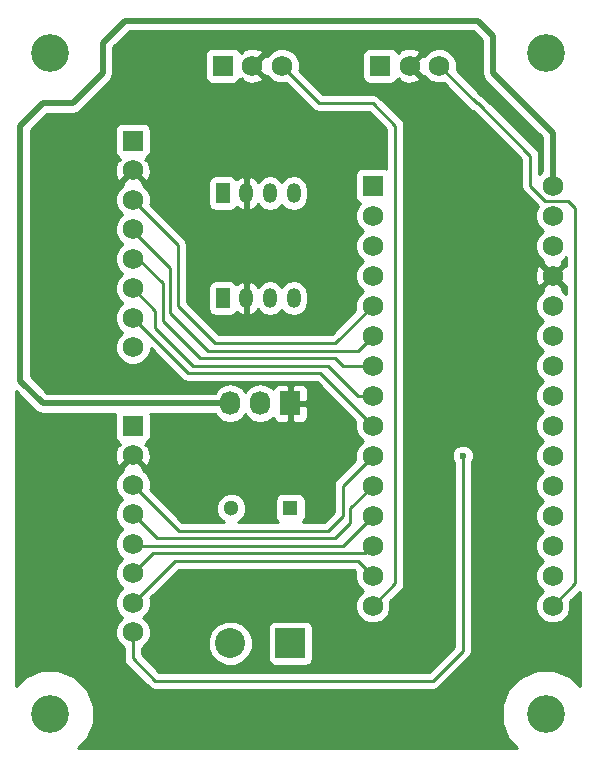
<source format=gbr>
G04 #@! TF.FileFunction,Copper,L2,Bot,Signal*
%FSLAX46Y46*%
G04 Gerber Fmt 4.6, Leading zero omitted, Abs format (unit mm)*
G04 Created by KiCad (PCBNEW 4.0.3+e1-6302~38~ubuntu15.04.1-stable) date Thu Aug 18 22:44:53 2016*
%MOMM*%
%LPD*%
G01*
G04 APERTURE LIST*
%ADD10C,0.100000*%
%ADD11R,1.727200X1.727200*%
%ADD12C,1.727200*%
%ADD13R,1.300000X1.300000*%
%ADD14C,1.300000*%
%ADD15R,1.750000X1.750000*%
%ADD16C,1.750000*%
%ADD17R,1.727200X2.032000*%
%ADD18O,1.727200X2.032000*%
%ADD19R,1.200000X1.700000*%
%ADD20O,1.200000X1.700000*%
%ADD21R,2.540000X2.540000*%
%ADD22C,2.540000*%
%ADD23C,3.200000*%
%ADD24C,0.600000*%
%ADD25C,0.250000*%
%ADD26C,0.500000*%
%ADD27C,0.254000*%
G04 APERTURE END LIST*
D10*
D11*
X86360000Y-55245000D03*
D12*
X86360000Y-57785000D03*
X86360000Y-60325000D03*
X86360000Y-62865000D03*
X86360000Y-65405000D03*
X86360000Y-67945000D03*
X86360000Y-70485000D03*
X86360000Y-73025000D03*
X86360000Y-75565000D03*
X86360000Y-78105000D03*
X86360000Y-80645000D03*
X86360000Y-83185000D03*
X86360000Y-85725000D03*
X86360000Y-88265000D03*
X86360000Y-90805000D03*
X101600000Y-90805000D03*
X101600000Y-88265000D03*
X101600000Y-85725000D03*
X101600000Y-83185000D03*
X101600000Y-80645000D03*
X101600000Y-78105000D03*
X101600000Y-75565000D03*
X101600000Y-73025000D03*
X101600000Y-70485000D03*
X101600000Y-67945000D03*
X101600000Y-65405000D03*
X101600000Y-62865000D03*
X101600000Y-60325000D03*
X101600000Y-57785000D03*
X101600000Y-55245000D03*
D13*
X79375000Y-82550000D03*
D14*
X74375000Y-82550000D03*
D15*
X66040000Y-51435000D03*
D16*
X66040000Y-53935000D03*
X66040000Y-56435000D03*
X66040000Y-58935000D03*
X66040000Y-61435000D03*
X66040000Y-63935000D03*
X66040000Y-66435000D03*
X66040000Y-68935000D03*
D15*
X66040000Y-75565000D03*
D16*
X66040000Y-78065000D03*
X66040000Y-80565000D03*
X66040000Y-83065000D03*
X66040000Y-85565000D03*
X66040000Y-88065000D03*
X66040000Y-90565000D03*
X66040000Y-93065000D03*
D17*
X79375000Y-73660000D03*
D18*
X76835000Y-73660000D03*
X74295000Y-73660000D03*
D19*
X73660000Y-55880000D03*
D20*
X75660000Y-55880000D03*
X77660000Y-55880000D03*
X79660000Y-55880000D03*
D19*
X73660000Y-64770000D03*
D20*
X75660000Y-64770000D03*
X77660000Y-64770000D03*
X79660000Y-64770000D03*
D21*
X79375000Y-93980000D03*
D22*
X74295000Y-93980000D03*
D15*
X73660000Y-45085000D03*
D16*
X76160000Y-45085000D03*
X78660000Y-45085000D03*
D15*
X86995000Y-45085000D03*
D16*
X89495000Y-45085000D03*
X91995000Y-45085000D03*
D23*
X59000000Y-44000000D03*
X101000000Y-44000000D03*
X59000000Y-100000000D03*
X101000000Y-100000000D03*
D24*
X93980000Y-78105000D03*
D25*
X69850000Y-60325000D02*
X69850000Y-60245000D01*
X69850000Y-60245000D02*
X66040000Y-56435000D01*
X69850000Y-60325000D02*
X69850000Y-61595000D01*
X86360000Y-65405000D02*
X83185000Y-68580000D01*
X69850000Y-65405000D02*
X69850000Y-61595000D01*
X73025000Y-68580000D02*
X69850000Y-65405000D01*
X83185000Y-68580000D02*
X73025000Y-68580000D01*
X69215000Y-62230000D02*
X69215000Y-66040000D01*
X66040000Y-58935000D02*
X66040000Y-59055000D01*
X66040000Y-59055000D02*
X69215000Y-62230000D01*
X69215000Y-66040000D02*
X72390000Y-69215000D01*
X72390000Y-69215000D02*
X85090000Y-69215000D01*
X85090000Y-69215000D02*
X86360000Y-67945000D01*
X68580000Y-63500000D02*
X68580000Y-66675000D01*
X66040000Y-61435000D02*
X66515000Y-61435000D01*
X66515000Y-61435000D02*
X68580000Y-63500000D01*
X68580000Y-66675000D02*
X71755000Y-69850000D01*
X71755000Y-69850000D02*
X83185000Y-69850000D01*
X83185000Y-69850000D02*
X83820000Y-70485000D01*
X83820000Y-70485000D02*
X86360000Y-70485000D01*
X86360000Y-73025000D02*
X85090000Y-73025000D01*
X67945000Y-65840000D02*
X66040000Y-63935000D01*
X67945000Y-67310000D02*
X67945000Y-65840000D01*
X71120000Y-70485000D02*
X67945000Y-67310000D01*
X82550000Y-70485000D02*
X71120000Y-70485000D01*
X85090000Y-73025000D02*
X82550000Y-70485000D01*
X86360000Y-75565000D02*
X81915000Y-71120000D01*
X70725000Y-71120000D02*
X66040000Y-66435000D01*
X81915000Y-71120000D02*
X70725000Y-71120000D01*
X86360000Y-78105000D02*
X83820000Y-80645000D01*
X69930000Y-84455000D02*
X66040000Y-80565000D01*
X82550000Y-84455000D02*
X69930000Y-84455000D01*
X83820000Y-83185000D02*
X82550000Y-84455000D01*
X83820000Y-80645000D02*
X83820000Y-83185000D01*
X66595000Y-80010000D02*
X66040000Y-80565000D01*
X86360000Y-80645000D02*
X84455000Y-82550000D01*
X68065000Y-85090000D02*
X66040000Y-83065000D01*
X83185000Y-85090000D02*
X68065000Y-85090000D01*
X84455000Y-83820000D02*
X83185000Y-85090000D01*
X84455000Y-82550000D02*
X84455000Y-83820000D01*
X86360000Y-83185000D02*
X83820000Y-85725000D01*
X83820000Y-85725000D02*
X66200000Y-85725000D01*
X66200000Y-85725000D02*
X66040000Y-85565000D01*
X86360000Y-85725000D02*
X85725000Y-86360000D01*
X67745000Y-86360000D02*
X66040000Y-88065000D01*
X85725000Y-86360000D02*
X67745000Y-86360000D01*
X66240000Y-88265000D02*
X66040000Y-88065000D01*
X86360000Y-88265000D02*
X85090000Y-86995000D01*
X69610000Y-86995000D02*
X66040000Y-90565000D01*
X85090000Y-86995000D02*
X69610000Y-86995000D01*
X86360000Y-90805000D02*
X88265000Y-88900000D01*
X81835000Y-48260000D02*
X78660000Y-45085000D01*
X86360000Y-48260000D02*
X81835000Y-48260000D01*
X88265000Y-50165000D02*
X86360000Y-48260000D01*
X88265000Y-88900000D02*
X88265000Y-50165000D01*
X95170000Y-48260000D02*
X95250000Y-48260000D01*
X95250000Y-48260000D02*
X99695000Y-52705000D01*
X99695000Y-55245000D02*
X100965000Y-56515000D01*
X99695000Y-55245000D02*
X99695000Y-52705000D01*
X100965000Y-56515000D02*
X102870000Y-56515000D01*
X102870000Y-56515000D02*
X103505000Y-57150000D01*
X103505000Y-57150000D02*
X103505000Y-88900000D01*
X103505000Y-88900000D02*
X101600000Y-90805000D01*
X95170000Y-48260000D02*
X91995000Y-45085000D01*
D26*
X99060000Y-48260000D02*
X101600000Y-50800000D01*
X101600000Y-50800000D02*
X101600000Y-55245000D01*
X74295000Y-73660000D02*
X58420000Y-73660000D01*
X96520000Y-45720000D02*
X99060000Y-48260000D01*
X96520000Y-42545000D02*
X96520000Y-45720000D01*
X95250000Y-41275000D02*
X96520000Y-42545000D01*
X65405000Y-41275000D02*
X95250000Y-41275000D01*
X63500000Y-43180000D02*
X65405000Y-41275000D01*
X63500000Y-45720000D02*
X63500000Y-43180000D01*
X60960000Y-48260000D02*
X63500000Y-45720000D01*
X58420000Y-48260000D02*
X60960000Y-48260000D01*
X56515000Y-50165000D02*
X58420000Y-48260000D01*
X56515000Y-71755000D02*
X56515000Y-50165000D01*
X58420000Y-73660000D02*
X56515000Y-71755000D01*
D25*
X66040000Y-93065000D02*
X66040000Y-95250000D01*
X93980000Y-94615000D02*
X93980000Y-78105000D01*
X91440000Y-97155000D02*
X93980000Y-94615000D01*
X67945000Y-97155000D02*
X91440000Y-97155000D01*
X66040000Y-95250000D02*
X67945000Y-97155000D01*
X66040000Y-93065000D02*
X66040000Y-93345000D01*
D27*
G36*
X95635000Y-42911579D02*
X95635000Y-45719995D01*
X95634999Y-45720000D01*
X95679052Y-45941463D01*
X95702367Y-46058675D01*
X95894210Y-46345790D01*
X98434208Y-48885787D01*
X98434210Y-48885790D01*
X100715000Y-51166579D01*
X100715000Y-54010963D01*
X100455000Y-54270510D01*
X100455000Y-52705000D01*
X100397148Y-52414161D01*
X100397148Y-52414160D01*
X100232401Y-52167599D01*
X95787401Y-47722599D01*
X95546309Y-47561507D01*
X93465639Y-45480837D01*
X93504738Y-45386675D01*
X93505262Y-44785960D01*
X93275862Y-44230771D01*
X92851463Y-43805630D01*
X92296675Y-43575262D01*
X91695960Y-43574738D01*
X91140771Y-43804138D01*
X90715630Y-44228537D01*
X90706108Y-44251469D01*
X90557060Y-44202545D01*
X89674605Y-45085000D01*
X90557060Y-45967455D01*
X90705648Y-45918682D01*
X90714138Y-45939229D01*
X91138537Y-46364370D01*
X91693325Y-46594738D01*
X92294040Y-46595262D01*
X92390573Y-46555375D01*
X94632599Y-48797401D01*
X94873691Y-48958493D01*
X98935000Y-53019802D01*
X98935000Y-55245000D01*
X98992852Y-55535839D01*
X99157599Y-55782401D01*
X100324396Y-56949198D01*
X100101661Y-57485602D01*
X100101141Y-58081782D01*
X100328808Y-58632780D01*
X100750003Y-59054710D01*
X100750931Y-59055095D01*
X100330290Y-59475003D01*
X100101661Y-60025602D01*
X100101141Y-60621782D01*
X100328808Y-61172780D01*
X100750003Y-61594710D01*
X100790537Y-61611541D01*
X100725800Y-61811195D01*
X101600000Y-62685395D01*
X102474200Y-61811195D01*
X102409601Y-61611967D01*
X102447780Y-61596192D01*
X102745000Y-61299490D01*
X102745000Y-62020370D01*
X102653805Y-61990800D01*
X101779605Y-62865000D01*
X102653805Y-63739200D01*
X102745000Y-63709630D01*
X102745000Y-64430808D01*
X102449997Y-64135290D01*
X102409463Y-64118459D01*
X102474200Y-63918805D01*
X101600000Y-63044605D01*
X100725800Y-63918805D01*
X100790399Y-64118033D01*
X100752220Y-64133808D01*
X100330290Y-64555003D01*
X100101661Y-65105602D01*
X100101141Y-65701782D01*
X100328808Y-66252780D01*
X100750003Y-66674710D01*
X100750931Y-66675095D01*
X100330290Y-67095003D01*
X100101661Y-67645602D01*
X100101141Y-68241782D01*
X100328808Y-68792780D01*
X100750003Y-69214710D01*
X100750931Y-69215095D01*
X100330290Y-69635003D01*
X100101661Y-70185602D01*
X100101141Y-70781782D01*
X100328808Y-71332780D01*
X100750003Y-71754710D01*
X100750931Y-71755095D01*
X100330290Y-72175003D01*
X100101661Y-72725602D01*
X100101141Y-73321782D01*
X100328808Y-73872780D01*
X100750003Y-74294710D01*
X100750931Y-74295095D01*
X100330290Y-74715003D01*
X100101661Y-75265602D01*
X100101141Y-75861782D01*
X100328808Y-76412780D01*
X100750003Y-76834710D01*
X100750931Y-76835095D01*
X100330290Y-77255003D01*
X100101661Y-77805602D01*
X100101141Y-78401782D01*
X100328808Y-78952780D01*
X100750003Y-79374710D01*
X100750931Y-79375095D01*
X100330290Y-79795003D01*
X100101661Y-80345602D01*
X100101141Y-80941782D01*
X100328808Y-81492780D01*
X100750003Y-81914710D01*
X100750931Y-81915095D01*
X100330290Y-82335003D01*
X100101661Y-82885602D01*
X100101141Y-83481782D01*
X100328808Y-84032780D01*
X100750003Y-84454710D01*
X100750931Y-84455095D01*
X100330290Y-84875003D01*
X100101661Y-85425602D01*
X100101141Y-86021782D01*
X100328808Y-86572780D01*
X100750003Y-86994710D01*
X100750931Y-86995095D01*
X100330290Y-87415003D01*
X100101661Y-87965602D01*
X100101141Y-88561782D01*
X100328808Y-89112780D01*
X100750003Y-89534710D01*
X100750931Y-89535095D01*
X100330290Y-89955003D01*
X100101661Y-90505602D01*
X100101141Y-91101782D01*
X100328808Y-91652780D01*
X100750003Y-92074710D01*
X101300602Y-92303339D01*
X101896782Y-92303859D01*
X102447780Y-92076192D01*
X102869710Y-91654997D01*
X103098339Y-91104398D01*
X103098859Y-90508218D01*
X103061646Y-90418156D01*
X103873000Y-89606802D01*
X103873000Y-97602639D01*
X103113932Y-96842246D01*
X101744598Y-96273649D01*
X100261906Y-96272355D01*
X98891582Y-96838561D01*
X97842246Y-97886068D01*
X97273649Y-99255402D01*
X97272355Y-100738094D01*
X97838561Y-102108418D01*
X98601810Y-102873000D01*
X61397361Y-102873000D01*
X62157754Y-102113932D01*
X62726351Y-100744598D01*
X62727645Y-99261906D01*
X62161439Y-97891582D01*
X61113932Y-96842246D01*
X59744598Y-96273649D01*
X58261906Y-96272355D01*
X56891582Y-96838561D01*
X56127000Y-97601810D01*
X56127000Y-72618580D01*
X57794208Y-74285787D01*
X57794210Y-74285790D01*
X58081325Y-74477633D01*
X58137516Y-74488810D01*
X58420000Y-74545001D01*
X58420005Y-74545000D01*
X64546923Y-74545000D01*
X64517560Y-74690000D01*
X64517560Y-76440000D01*
X64561838Y-76675317D01*
X64700910Y-76891441D01*
X64902226Y-77028994D01*
X64863306Y-77067914D01*
X64977938Y-77182546D01*
X64724047Y-77265884D01*
X64518410Y-77830306D01*
X64544421Y-78430458D01*
X64724047Y-78864116D01*
X64977940Y-78947455D01*
X65860395Y-78065000D01*
X65846253Y-78050858D01*
X66025858Y-77871253D01*
X66040000Y-77885395D01*
X66054143Y-77871253D01*
X66233748Y-78050858D01*
X66219605Y-78065000D01*
X67102060Y-78947455D01*
X67355953Y-78864116D01*
X67561590Y-78299694D01*
X67535579Y-77699542D01*
X67355953Y-77265884D01*
X67102062Y-77182546D01*
X67216694Y-77067914D01*
X67175644Y-77026864D01*
X67366441Y-76904090D01*
X67511431Y-76691890D01*
X67562440Y-76440000D01*
X67562440Y-74690000D01*
X67535156Y-74545000D01*
X72995176Y-74545000D01*
X73235330Y-74904415D01*
X73721511Y-75229271D01*
X74295000Y-75343345D01*
X74868489Y-75229271D01*
X75354670Y-74904415D01*
X75565000Y-74589634D01*
X75775330Y-74904415D01*
X76261511Y-75229271D01*
X76835000Y-75343345D01*
X77408489Y-75229271D01*
X77894670Y-74904415D01*
X77909500Y-74882220D01*
X77973073Y-75035698D01*
X78151701Y-75214327D01*
X78385090Y-75311000D01*
X79089250Y-75311000D01*
X79248000Y-75152250D01*
X79248000Y-73787000D01*
X79502000Y-73787000D01*
X79502000Y-75152250D01*
X79660750Y-75311000D01*
X80364910Y-75311000D01*
X80598299Y-75214327D01*
X80776927Y-75035698D01*
X80873600Y-74802309D01*
X80873600Y-73945750D01*
X80714850Y-73787000D01*
X79502000Y-73787000D01*
X79248000Y-73787000D01*
X79228000Y-73787000D01*
X79228000Y-73533000D01*
X79248000Y-73533000D01*
X79248000Y-72167750D01*
X79502000Y-72167750D01*
X79502000Y-73533000D01*
X80714850Y-73533000D01*
X80873600Y-73374250D01*
X80873600Y-72517691D01*
X80776927Y-72284302D01*
X80598299Y-72105673D01*
X80364910Y-72009000D01*
X79660750Y-72009000D01*
X79502000Y-72167750D01*
X79248000Y-72167750D01*
X79089250Y-72009000D01*
X78385090Y-72009000D01*
X78151701Y-72105673D01*
X77973073Y-72284302D01*
X77909500Y-72437780D01*
X77894670Y-72415585D01*
X77408489Y-72090729D01*
X76835000Y-71976655D01*
X76261511Y-72090729D01*
X75775330Y-72415585D01*
X75565000Y-72730366D01*
X75354670Y-72415585D01*
X74868489Y-72090729D01*
X74295000Y-71976655D01*
X73721511Y-72090729D01*
X73235330Y-72415585D01*
X72995176Y-72775000D01*
X58786579Y-72775000D01*
X57400000Y-71388420D01*
X57400000Y-56734040D01*
X64529738Y-56734040D01*
X64759138Y-57289229D01*
X65154536Y-57685318D01*
X64760630Y-58078537D01*
X64530262Y-58633325D01*
X64529738Y-59234040D01*
X64759138Y-59789229D01*
X65154536Y-60185318D01*
X64760630Y-60578537D01*
X64530262Y-61133325D01*
X64529738Y-61734040D01*
X64759138Y-62289229D01*
X65154536Y-62685318D01*
X64760630Y-63078537D01*
X64530262Y-63633325D01*
X64529738Y-64234040D01*
X64759138Y-64789229D01*
X65154536Y-65185318D01*
X64760630Y-65578537D01*
X64530262Y-66133325D01*
X64529738Y-66734040D01*
X64759138Y-67289229D01*
X65154536Y-67685318D01*
X64760630Y-68078537D01*
X64530262Y-68633325D01*
X64529738Y-69234040D01*
X64759138Y-69789229D01*
X65183537Y-70214370D01*
X65738325Y-70444738D01*
X66339040Y-70445262D01*
X66894229Y-70215862D01*
X67319370Y-69791463D01*
X67549738Y-69236675D01*
X67549927Y-69019729D01*
X70187599Y-71657401D01*
X70434161Y-71822148D01*
X70725000Y-71880000D01*
X81600198Y-71880000D01*
X84898084Y-75177886D01*
X84861661Y-75265602D01*
X84861141Y-75861782D01*
X85088808Y-76412780D01*
X85510003Y-76834710D01*
X85510931Y-76835095D01*
X85090290Y-77255003D01*
X84861661Y-77805602D01*
X84861141Y-78401782D01*
X84898354Y-78491844D01*
X83282599Y-80107599D01*
X83117852Y-80354161D01*
X83060000Y-80645000D01*
X83060000Y-82870198D01*
X82235198Y-83695000D01*
X80428406Y-83695000D01*
X80476441Y-83664090D01*
X80621431Y-83451890D01*
X80672440Y-83200000D01*
X80672440Y-81900000D01*
X80628162Y-81664683D01*
X80489090Y-81448559D01*
X80276890Y-81303569D01*
X80025000Y-81252560D01*
X78725000Y-81252560D01*
X78489683Y-81296838D01*
X78273559Y-81435910D01*
X78128569Y-81648110D01*
X78077560Y-81900000D01*
X78077560Y-83200000D01*
X78121838Y-83435317D01*
X78260910Y-83651441D01*
X78324661Y-83695000D01*
X74968845Y-83695000D01*
X75101943Y-83640005D01*
X75463735Y-83278845D01*
X75659777Y-82806724D01*
X75660223Y-82295519D01*
X75465005Y-81823057D01*
X75103845Y-81461265D01*
X74631724Y-81265223D01*
X74120519Y-81264777D01*
X73648057Y-81459995D01*
X73286265Y-81821155D01*
X73090223Y-82293276D01*
X73089777Y-82804481D01*
X73284995Y-83276943D01*
X73646155Y-83638735D01*
X73781656Y-83695000D01*
X70244802Y-83695000D01*
X67510639Y-80960837D01*
X67549738Y-80866675D01*
X67550262Y-80265960D01*
X67320862Y-79710771D01*
X67232191Y-79621945D01*
X67132401Y-79472599D01*
X66984361Y-79373682D01*
X66896463Y-79285630D01*
X66873531Y-79276108D01*
X66922455Y-79127060D01*
X66040000Y-78244605D01*
X65157545Y-79127060D01*
X65206318Y-79275648D01*
X65185771Y-79284138D01*
X64760630Y-79708537D01*
X64530262Y-80263325D01*
X64529738Y-80864040D01*
X64759138Y-81419229D01*
X65154536Y-81815318D01*
X64760630Y-82208537D01*
X64530262Y-82763325D01*
X64529738Y-83364040D01*
X64759138Y-83919229D01*
X65154536Y-84315318D01*
X64760630Y-84708537D01*
X64530262Y-85263325D01*
X64529738Y-85864040D01*
X64759138Y-86419229D01*
X65154536Y-86815318D01*
X64760630Y-87208537D01*
X64530262Y-87763325D01*
X64529738Y-88364040D01*
X64759138Y-88919229D01*
X65154536Y-89315318D01*
X64760630Y-89708537D01*
X64530262Y-90263325D01*
X64529738Y-90864040D01*
X64759138Y-91419229D01*
X65154536Y-91815318D01*
X64760630Y-92208537D01*
X64530262Y-92763325D01*
X64529738Y-93364040D01*
X64759138Y-93919229D01*
X65183537Y-94344370D01*
X65280000Y-94384425D01*
X65280000Y-95250000D01*
X65337852Y-95540839D01*
X65502599Y-95787401D01*
X67407599Y-97692401D01*
X67654161Y-97857148D01*
X67945000Y-97915000D01*
X91440000Y-97915000D01*
X91730839Y-97857148D01*
X91977401Y-97692401D01*
X94517401Y-95152401D01*
X94682148Y-94905840D01*
X94720586Y-94712599D01*
X94740000Y-94615000D01*
X94740000Y-78667463D01*
X94772192Y-78635327D01*
X94914838Y-78291799D01*
X94915162Y-77919833D01*
X94773117Y-77576057D01*
X94510327Y-77312808D01*
X94166799Y-77170162D01*
X93794833Y-77169838D01*
X93451057Y-77311883D01*
X93187808Y-77574673D01*
X93045162Y-77918201D01*
X93044838Y-78290167D01*
X93186883Y-78633943D01*
X93220000Y-78667118D01*
X93220000Y-94300198D01*
X91125198Y-96395000D01*
X68259802Y-96395000D01*
X66800000Y-94935198D01*
X66800000Y-94384797D01*
X66866631Y-94357265D01*
X72389670Y-94357265D01*
X72679078Y-95057686D01*
X73214495Y-95594039D01*
X73914410Y-95884668D01*
X74672265Y-95885330D01*
X75372686Y-95595922D01*
X75909039Y-95060505D01*
X76199668Y-94360590D01*
X76200330Y-93602735D01*
X75910922Y-92902314D01*
X75718944Y-92710000D01*
X77457560Y-92710000D01*
X77457560Y-95250000D01*
X77501838Y-95485317D01*
X77640910Y-95701441D01*
X77853110Y-95846431D01*
X78105000Y-95897440D01*
X80645000Y-95897440D01*
X80880317Y-95853162D01*
X81096441Y-95714090D01*
X81241431Y-95501890D01*
X81292440Y-95250000D01*
X81292440Y-92710000D01*
X81248162Y-92474683D01*
X81109090Y-92258559D01*
X80896890Y-92113569D01*
X80645000Y-92062560D01*
X78105000Y-92062560D01*
X77869683Y-92106838D01*
X77653559Y-92245910D01*
X77508569Y-92458110D01*
X77457560Y-92710000D01*
X75718944Y-92710000D01*
X75375505Y-92365961D01*
X74675590Y-92075332D01*
X73917735Y-92074670D01*
X73217314Y-92364078D01*
X72680961Y-92899495D01*
X72390332Y-93599410D01*
X72389670Y-94357265D01*
X66866631Y-94357265D01*
X66894229Y-94345862D01*
X67319370Y-93921463D01*
X67549738Y-93366675D01*
X67550262Y-92765960D01*
X67320862Y-92210771D01*
X66925464Y-91814682D01*
X67319370Y-91421463D01*
X67549738Y-90866675D01*
X67550262Y-90265960D01*
X67510375Y-90169427D01*
X69924802Y-87755000D01*
X84775198Y-87755000D01*
X84898084Y-87877886D01*
X84861661Y-87965602D01*
X84861141Y-88561782D01*
X85088808Y-89112780D01*
X85510003Y-89534710D01*
X85510931Y-89535095D01*
X85090290Y-89955003D01*
X84861661Y-90505602D01*
X84861141Y-91101782D01*
X85088808Y-91652780D01*
X85510003Y-92074710D01*
X86060602Y-92303339D01*
X86656782Y-92303859D01*
X87207780Y-92076192D01*
X87629710Y-91654997D01*
X87858339Y-91104398D01*
X87858859Y-90508218D01*
X87821646Y-90418156D01*
X88802401Y-89437401D01*
X88967148Y-89190839D01*
X89025000Y-88900000D01*
X89025000Y-62633030D01*
X100089752Y-62633030D01*
X100115942Y-63228635D01*
X100293484Y-63657259D01*
X100546195Y-63739200D01*
X101420395Y-62865000D01*
X100546195Y-61990800D01*
X100293484Y-62072741D01*
X100089752Y-62633030D01*
X89025000Y-62633030D01*
X89025000Y-50165000D01*
X88967148Y-49874161D01*
X88802401Y-49627599D01*
X86897401Y-47722599D01*
X86650839Y-47557852D01*
X86360000Y-47500000D01*
X82149802Y-47500000D01*
X80130639Y-45480837D01*
X80169738Y-45386675D01*
X80170262Y-44785960D01*
X79940862Y-44230771D01*
X79920128Y-44210000D01*
X85472560Y-44210000D01*
X85472560Y-45960000D01*
X85516838Y-46195317D01*
X85655910Y-46411441D01*
X85868110Y-46556431D01*
X86120000Y-46607440D01*
X87870000Y-46607440D01*
X88105317Y-46563162D01*
X88321441Y-46424090D01*
X88458994Y-46222774D01*
X88497914Y-46261694D01*
X88612546Y-46147062D01*
X88695884Y-46400953D01*
X89260306Y-46606590D01*
X89860458Y-46580579D01*
X90294116Y-46400953D01*
X90377455Y-46147060D01*
X89495000Y-45264605D01*
X89480858Y-45278748D01*
X89301253Y-45099143D01*
X89315395Y-45085000D01*
X89301253Y-45070858D01*
X89480858Y-44891253D01*
X89495000Y-44905395D01*
X90377455Y-44022940D01*
X90294116Y-43769047D01*
X89729694Y-43563410D01*
X89129542Y-43589421D01*
X88695884Y-43769047D01*
X88612546Y-44022938D01*
X88497914Y-43908306D01*
X88456864Y-43949356D01*
X88334090Y-43758559D01*
X88121890Y-43613569D01*
X87870000Y-43562560D01*
X86120000Y-43562560D01*
X85884683Y-43606838D01*
X85668559Y-43745910D01*
X85523569Y-43958110D01*
X85472560Y-44210000D01*
X79920128Y-44210000D01*
X79516463Y-43805630D01*
X78961675Y-43575262D01*
X78360960Y-43574738D01*
X77805771Y-43804138D01*
X77380630Y-44228537D01*
X77371108Y-44251469D01*
X77222060Y-44202545D01*
X76339605Y-45085000D01*
X77222060Y-45967455D01*
X77370648Y-45918682D01*
X77379138Y-45939229D01*
X77803537Y-46364370D01*
X78358325Y-46594738D01*
X78959040Y-46595262D01*
X79055573Y-46555375D01*
X81297599Y-48797401D01*
X81544161Y-48962148D01*
X81835000Y-49020000D01*
X86045198Y-49020000D01*
X87505000Y-50479802D01*
X87505000Y-53805132D01*
X87475490Y-53784969D01*
X87223600Y-53733960D01*
X85496400Y-53733960D01*
X85261083Y-53778238D01*
X85044959Y-53917310D01*
X84899969Y-54129510D01*
X84848960Y-54381400D01*
X84848960Y-56108600D01*
X84893238Y-56343917D01*
X85032310Y-56560041D01*
X85244510Y-56705031D01*
X85307820Y-56717852D01*
X85090290Y-56935003D01*
X84861661Y-57485602D01*
X84861141Y-58081782D01*
X85088808Y-58632780D01*
X85510003Y-59054710D01*
X85510931Y-59055095D01*
X85090290Y-59475003D01*
X84861661Y-60025602D01*
X84861141Y-60621782D01*
X85088808Y-61172780D01*
X85510003Y-61594710D01*
X85510931Y-61595095D01*
X85090290Y-62015003D01*
X84861661Y-62565602D01*
X84861141Y-63161782D01*
X85088808Y-63712780D01*
X85510003Y-64134710D01*
X85510931Y-64135095D01*
X85090290Y-64555003D01*
X84861661Y-65105602D01*
X84861141Y-65701782D01*
X84898354Y-65791844D01*
X82870198Y-67820000D01*
X73339802Y-67820000D01*
X70610000Y-65090198D01*
X70610000Y-63920000D01*
X72412560Y-63920000D01*
X72412560Y-65620000D01*
X72456838Y-65855317D01*
X72595910Y-66071441D01*
X72808110Y-66216431D01*
X73060000Y-66267440D01*
X74260000Y-66267440D01*
X74495317Y-66223162D01*
X74711441Y-66084090D01*
X74815571Y-65931691D01*
X74830875Y-65951933D01*
X75250624Y-66198286D01*
X75342391Y-66213462D01*
X75533000Y-66088731D01*
X75533000Y-64897000D01*
X75513000Y-64897000D01*
X75513000Y-64643000D01*
X75533000Y-64643000D01*
X75533000Y-63451269D01*
X75787000Y-63451269D01*
X75787000Y-64643000D01*
X75807000Y-64643000D01*
X75807000Y-64897000D01*
X75787000Y-64897000D01*
X75787000Y-66088731D01*
X75977609Y-66213462D01*
X76069376Y-66198286D01*
X76489125Y-65951933D01*
X76657590Y-65729109D01*
X76786723Y-65922370D01*
X77187386Y-66190084D01*
X77660000Y-66284093D01*
X78132614Y-66190084D01*
X78533277Y-65922370D01*
X78660000Y-65732715D01*
X78786723Y-65922370D01*
X79187386Y-66190084D01*
X79660000Y-66284093D01*
X80132614Y-66190084D01*
X80533277Y-65922370D01*
X80800991Y-65521707D01*
X80895000Y-65049093D01*
X80895000Y-64490907D01*
X80800991Y-64018293D01*
X80533277Y-63617630D01*
X80132614Y-63349916D01*
X79660000Y-63255907D01*
X79187386Y-63349916D01*
X78786723Y-63617630D01*
X78660000Y-63807285D01*
X78533277Y-63617630D01*
X78132614Y-63349916D01*
X77660000Y-63255907D01*
X77187386Y-63349916D01*
X76786723Y-63617630D01*
X76657590Y-63810891D01*
X76489125Y-63588067D01*
X76069376Y-63341714D01*
X75977609Y-63326538D01*
X75787000Y-63451269D01*
X75533000Y-63451269D01*
X75342391Y-63326538D01*
X75250624Y-63341714D01*
X74830875Y-63588067D01*
X74814731Y-63609420D01*
X74724090Y-63468559D01*
X74511890Y-63323569D01*
X74260000Y-63272560D01*
X73060000Y-63272560D01*
X72824683Y-63316838D01*
X72608559Y-63455910D01*
X72463569Y-63668110D01*
X72412560Y-63920000D01*
X70610000Y-63920000D01*
X70610000Y-60245000D01*
X70552148Y-59954161D01*
X70387401Y-59707599D01*
X67510639Y-56830837D01*
X67549738Y-56736675D01*
X67550262Y-56135960D01*
X67320862Y-55580771D01*
X66896463Y-55155630D01*
X66873531Y-55146108D01*
X66911642Y-55030000D01*
X72412560Y-55030000D01*
X72412560Y-56730000D01*
X72456838Y-56965317D01*
X72595910Y-57181441D01*
X72808110Y-57326431D01*
X73060000Y-57377440D01*
X74260000Y-57377440D01*
X74495317Y-57333162D01*
X74711441Y-57194090D01*
X74815571Y-57041691D01*
X74830875Y-57061933D01*
X75250624Y-57308286D01*
X75342391Y-57323462D01*
X75533000Y-57198731D01*
X75533000Y-56007000D01*
X75513000Y-56007000D01*
X75513000Y-55753000D01*
X75533000Y-55753000D01*
X75533000Y-54561269D01*
X75787000Y-54561269D01*
X75787000Y-55753000D01*
X75807000Y-55753000D01*
X75807000Y-56007000D01*
X75787000Y-56007000D01*
X75787000Y-57198731D01*
X75977609Y-57323462D01*
X76069376Y-57308286D01*
X76489125Y-57061933D01*
X76657590Y-56839109D01*
X76786723Y-57032370D01*
X77187386Y-57300084D01*
X77660000Y-57394093D01*
X78132614Y-57300084D01*
X78533277Y-57032370D01*
X78660000Y-56842715D01*
X78786723Y-57032370D01*
X79187386Y-57300084D01*
X79660000Y-57394093D01*
X80132614Y-57300084D01*
X80533277Y-57032370D01*
X80800991Y-56631707D01*
X80895000Y-56159093D01*
X80895000Y-55600907D01*
X80800991Y-55128293D01*
X80533277Y-54727630D01*
X80132614Y-54459916D01*
X79660000Y-54365907D01*
X79187386Y-54459916D01*
X78786723Y-54727630D01*
X78660000Y-54917285D01*
X78533277Y-54727630D01*
X78132614Y-54459916D01*
X77660000Y-54365907D01*
X77187386Y-54459916D01*
X76786723Y-54727630D01*
X76657590Y-54920891D01*
X76489125Y-54698067D01*
X76069376Y-54451714D01*
X75977609Y-54436538D01*
X75787000Y-54561269D01*
X75533000Y-54561269D01*
X75342391Y-54436538D01*
X75250624Y-54451714D01*
X74830875Y-54698067D01*
X74814731Y-54719420D01*
X74724090Y-54578559D01*
X74511890Y-54433569D01*
X74260000Y-54382560D01*
X73060000Y-54382560D01*
X72824683Y-54426838D01*
X72608559Y-54565910D01*
X72463569Y-54778110D01*
X72412560Y-55030000D01*
X66911642Y-55030000D01*
X66922455Y-54997060D01*
X66040000Y-54114605D01*
X65157545Y-54997060D01*
X65206318Y-55145648D01*
X65185771Y-55154138D01*
X64760630Y-55578537D01*
X64530262Y-56133325D01*
X64529738Y-56734040D01*
X57400000Y-56734040D01*
X57400000Y-50560000D01*
X64517560Y-50560000D01*
X64517560Y-52310000D01*
X64561838Y-52545317D01*
X64700910Y-52761441D01*
X64902226Y-52898994D01*
X64863306Y-52937914D01*
X64977938Y-53052546D01*
X64724047Y-53135884D01*
X64518410Y-53700306D01*
X64544421Y-54300458D01*
X64724047Y-54734116D01*
X64977940Y-54817455D01*
X65860395Y-53935000D01*
X65846253Y-53920858D01*
X66025858Y-53741253D01*
X66040000Y-53755395D01*
X66054143Y-53741253D01*
X66233748Y-53920858D01*
X66219605Y-53935000D01*
X67102060Y-54817455D01*
X67355953Y-54734116D01*
X67561590Y-54169694D01*
X67535579Y-53569542D01*
X67355953Y-53135884D01*
X67102062Y-53052546D01*
X67216694Y-52937914D01*
X67175644Y-52896864D01*
X67366441Y-52774090D01*
X67511431Y-52561890D01*
X67562440Y-52310000D01*
X67562440Y-50560000D01*
X67518162Y-50324683D01*
X67379090Y-50108559D01*
X67166890Y-49963569D01*
X66915000Y-49912560D01*
X65165000Y-49912560D01*
X64929683Y-49956838D01*
X64713559Y-50095910D01*
X64568569Y-50308110D01*
X64517560Y-50560000D01*
X57400000Y-50560000D01*
X57400000Y-50531580D01*
X58786579Y-49145000D01*
X60959995Y-49145000D01*
X60960000Y-49145001D01*
X61242484Y-49088810D01*
X61298675Y-49077633D01*
X61585790Y-48885790D01*
X61585791Y-48885789D01*
X64125787Y-46345792D01*
X64125790Y-46345790D01*
X64317633Y-46058675D01*
X64385000Y-45720000D01*
X64385000Y-44210000D01*
X72137560Y-44210000D01*
X72137560Y-45960000D01*
X72181838Y-46195317D01*
X72320910Y-46411441D01*
X72533110Y-46556431D01*
X72785000Y-46607440D01*
X74535000Y-46607440D01*
X74770317Y-46563162D01*
X74986441Y-46424090D01*
X75123994Y-46222774D01*
X75162914Y-46261694D01*
X75277546Y-46147062D01*
X75360884Y-46400953D01*
X75925306Y-46606590D01*
X76525458Y-46580579D01*
X76959116Y-46400953D01*
X77042455Y-46147060D01*
X76160000Y-45264605D01*
X76145858Y-45278748D01*
X75966253Y-45099143D01*
X75980395Y-45085000D01*
X75966253Y-45070858D01*
X76145858Y-44891253D01*
X76160000Y-44905395D01*
X77042455Y-44022940D01*
X76959116Y-43769047D01*
X76394694Y-43563410D01*
X75794542Y-43589421D01*
X75360884Y-43769047D01*
X75277546Y-44022938D01*
X75162914Y-43908306D01*
X75121864Y-43949356D01*
X74999090Y-43758559D01*
X74786890Y-43613569D01*
X74535000Y-43562560D01*
X72785000Y-43562560D01*
X72549683Y-43606838D01*
X72333559Y-43745910D01*
X72188569Y-43958110D01*
X72137560Y-44210000D01*
X64385000Y-44210000D01*
X64385000Y-43546580D01*
X65771579Y-42160000D01*
X94883420Y-42160000D01*
X95635000Y-42911579D01*
X95635000Y-42911579D01*
G37*
X95635000Y-42911579D02*
X95635000Y-45719995D01*
X95634999Y-45720000D01*
X95679052Y-45941463D01*
X95702367Y-46058675D01*
X95894210Y-46345790D01*
X98434208Y-48885787D01*
X98434210Y-48885790D01*
X100715000Y-51166579D01*
X100715000Y-54010963D01*
X100455000Y-54270510D01*
X100455000Y-52705000D01*
X100397148Y-52414161D01*
X100397148Y-52414160D01*
X100232401Y-52167599D01*
X95787401Y-47722599D01*
X95546309Y-47561507D01*
X93465639Y-45480837D01*
X93504738Y-45386675D01*
X93505262Y-44785960D01*
X93275862Y-44230771D01*
X92851463Y-43805630D01*
X92296675Y-43575262D01*
X91695960Y-43574738D01*
X91140771Y-43804138D01*
X90715630Y-44228537D01*
X90706108Y-44251469D01*
X90557060Y-44202545D01*
X89674605Y-45085000D01*
X90557060Y-45967455D01*
X90705648Y-45918682D01*
X90714138Y-45939229D01*
X91138537Y-46364370D01*
X91693325Y-46594738D01*
X92294040Y-46595262D01*
X92390573Y-46555375D01*
X94632599Y-48797401D01*
X94873691Y-48958493D01*
X98935000Y-53019802D01*
X98935000Y-55245000D01*
X98992852Y-55535839D01*
X99157599Y-55782401D01*
X100324396Y-56949198D01*
X100101661Y-57485602D01*
X100101141Y-58081782D01*
X100328808Y-58632780D01*
X100750003Y-59054710D01*
X100750931Y-59055095D01*
X100330290Y-59475003D01*
X100101661Y-60025602D01*
X100101141Y-60621782D01*
X100328808Y-61172780D01*
X100750003Y-61594710D01*
X100790537Y-61611541D01*
X100725800Y-61811195D01*
X101600000Y-62685395D01*
X102474200Y-61811195D01*
X102409601Y-61611967D01*
X102447780Y-61596192D01*
X102745000Y-61299490D01*
X102745000Y-62020370D01*
X102653805Y-61990800D01*
X101779605Y-62865000D01*
X102653805Y-63739200D01*
X102745000Y-63709630D01*
X102745000Y-64430808D01*
X102449997Y-64135290D01*
X102409463Y-64118459D01*
X102474200Y-63918805D01*
X101600000Y-63044605D01*
X100725800Y-63918805D01*
X100790399Y-64118033D01*
X100752220Y-64133808D01*
X100330290Y-64555003D01*
X100101661Y-65105602D01*
X100101141Y-65701782D01*
X100328808Y-66252780D01*
X100750003Y-66674710D01*
X100750931Y-66675095D01*
X100330290Y-67095003D01*
X100101661Y-67645602D01*
X100101141Y-68241782D01*
X100328808Y-68792780D01*
X100750003Y-69214710D01*
X100750931Y-69215095D01*
X100330290Y-69635003D01*
X100101661Y-70185602D01*
X100101141Y-70781782D01*
X100328808Y-71332780D01*
X100750003Y-71754710D01*
X100750931Y-71755095D01*
X100330290Y-72175003D01*
X100101661Y-72725602D01*
X100101141Y-73321782D01*
X100328808Y-73872780D01*
X100750003Y-74294710D01*
X100750931Y-74295095D01*
X100330290Y-74715003D01*
X100101661Y-75265602D01*
X100101141Y-75861782D01*
X100328808Y-76412780D01*
X100750003Y-76834710D01*
X100750931Y-76835095D01*
X100330290Y-77255003D01*
X100101661Y-77805602D01*
X100101141Y-78401782D01*
X100328808Y-78952780D01*
X100750003Y-79374710D01*
X100750931Y-79375095D01*
X100330290Y-79795003D01*
X100101661Y-80345602D01*
X100101141Y-80941782D01*
X100328808Y-81492780D01*
X100750003Y-81914710D01*
X100750931Y-81915095D01*
X100330290Y-82335003D01*
X100101661Y-82885602D01*
X100101141Y-83481782D01*
X100328808Y-84032780D01*
X100750003Y-84454710D01*
X100750931Y-84455095D01*
X100330290Y-84875003D01*
X100101661Y-85425602D01*
X100101141Y-86021782D01*
X100328808Y-86572780D01*
X100750003Y-86994710D01*
X100750931Y-86995095D01*
X100330290Y-87415003D01*
X100101661Y-87965602D01*
X100101141Y-88561782D01*
X100328808Y-89112780D01*
X100750003Y-89534710D01*
X100750931Y-89535095D01*
X100330290Y-89955003D01*
X100101661Y-90505602D01*
X100101141Y-91101782D01*
X100328808Y-91652780D01*
X100750003Y-92074710D01*
X101300602Y-92303339D01*
X101896782Y-92303859D01*
X102447780Y-92076192D01*
X102869710Y-91654997D01*
X103098339Y-91104398D01*
X103098859Y-90508218D01*
X103061646Y-90418156D01*
X103873000Y-89606802D01*
X103873000Y-97602639D01*
X103113932Y-96842246D01*
X101744598Y-96273649D01*
X100261906Y-96272355D01*
X98891582Y-96838561D01*
X97842246Y-97886068D01*
X97273649Y-99255402D01*
X97272355Y-100738094D01*
X97838561Y-102108418D01*
X98601810Y-102873000D01*
X61397361Y-102873000D01*
X62157754Y-102113932D01*
X62726351Y-100744598D01*
X62727645Y-99261906D01*
X62161439Y-97891582D01*
X61113932Y-96842246D01*
X59744598Y-96273649D01*
X58261906Y-96272355D01*
X56891582Y-96838561D01*
X56127000Y-97601810D01*
X56127000Y-72618580D01*
X57794208Y-74285787D01*
X57794210Y-74285790D01*
X58081325Y-74477633D01*
X58137516Y-74488810D01*
X58420000Y-74545001D01*
X58420005Y-74545000D01*
X64546923Y-74545000D01*
X64517560Y-74690000D01*
X64517560Y-76440000D01*
X64561838Y-76675317D01*
X64700910Y-76891441D01*
X64902226Y-77028994D01*
X64863306Y-77067914D01*
X64977938Y-77182546D01*
X64724047Y-77265884D01*
X64518410Y-77830306D01*
X64544421Y-78430458D01*
X64724047Y-78864116D01*
X64977940Y-78947455D01*
X65860395Y-78065000D01*
X65846253Y-78050858D01*
X66025858Y-77871253D01*
X66040000Y-77885395D01*
X66054143Y-77871253D01*
X66233748Y-78050858D01*
X66219605Y-78065000D01*
X67102060Y-78947455D01*
X67355953Y-78864116D01*
X67561590Y-78299694D01*
X67535579Y-77699542D01*
X67355953Y-77265884D01*
X67102062Y-77182546D01*
X67216694Y-77067914D01*
X67175644Y-77026864D01*
X67366441Y-76904090D01*
X67511431Y-76691890D01*
X67562440Y-76440000D01*
X67562440Y-74690000D01*
X67535156Y-74545000D01*
X72995176Y-74545000D01*
X73235330Y-74904415D01*
X73721511Y-75229271D01*
X74295000Y-75343345D01*
X74868489Y-75229271D01*
X75354670Y-74904415D01*
X75565000Y-74589634D01*
X75775330Y-74904415D01*
X76261511Y-75229271D01*
X76835000Y-75343345D01*
X77408489Y-75229271D01*
X77894670Y-74904415D01*
X77909500Y-74882220D01*
X77973073Y-75035698D01*
X78151701Y-75214327D01*
X78385090Y-75311000D01*
X79089250Y-75311000D01*
X79248000Y-75152250D01*
X79248000Y-73787000D01*
X79502000Y-73787000D01*
X79502000Y-75152250D01*
X79660750Y-75311000D01*
X80364910Y-75311000D01*
X80598299Y-75214327D01*
X80776927Y-75035698D01*
X80873600Y-74802309D01*
X80873600Y-73945750D01*
X80714850Y-73787000D01*
X79502000Y-73787000D01*
X79248000Y-73787000D01*
X79228000Y-73787000D01*
X79228000Y-73533000D01*
X79248000Y-73533000D01*
X79248000Y-72167750D01*
X79502000Y-72167750D01*
X79502000Y-73533000D01*
X80714850Y-73533000D01*
X80873600Y-73374250D01*
X80873600Y-72517691D01*
X80776927Y-72284302D01*
X80598299Y-72105673D01*
X80364910Y-72009000D01*
X79660750Y-72009000D01*
X79502000Y-72167750D01*
X79248000Y-72167750D01*
X79089250Y-72009000D01*
X78385090Y-72009000D01*
X78151701Y-72105673D01*
X77973073Y-72284302D01*
X77909500Y-72437780D01*
X77894670Y-72415585D01*
X77408489Y-72090729D01*
X76835000Y-71976655D01*
X76261511Y-72090729D01*
X75775330Y-72415585D01*
X75565000Y-72730366D01*
X75354670Y-72415585D01*
X74868489Y-72090729D01*
X74295000Y-71976655D01*
X73721511Y-72090729D01*
X73235330Y-72415585D01*
X72995176Y-72775000D01*
X58786579Y-72775000D01*
X57400000Y-71388420D01*
X57400000Y-56734040D01*
X64529738Y-56734040D01*
X64759138Y-57289229D01*
X65154536Y-57685318D01*
X64760630Y-58078537D01*
X64530262Y-58633325D01*
X64529738Y-59234040D01*
X64759138Y-59789229D01*
X65154536Y-60185318D01*
X64760630Y-60578537D01*
X64530262Y-61133325D01*
X64529738Y-61734040D01*
X64759138Y-62289229D01*
X65154536Y-62685318D01*
X64760630Y-63078537D01*
X64530262Y-63633325D01*
X64529738Y-64234040D01*
X64759138Y-64789229D01*
X65154536Y-65185318D01*
X64760630Y-65578537D01*
X64530262Y-66133325D01*
X64529738Y-66734040D01*
X64759138Y-67289229D01*
X65154536Y-67685318D01*
X64760630Y-68078537D01*
X64530262Y-68633325D01*
X64529738Y-69234040D01*
X64759138Y-69789229D01*
X65183537Y-70214370D01*
X65738325Y-70444738D01*
X66339040Y-70445262D01*
X66894229Y-70215862D01*
X67319370Y-69791463D01*
X67549738Y-69236675D01*
X67549927Y-69019729D01*
X70187599Y-71657401D01*
X70434161Y-71822148D01*
X70725000Y-71880000D01*
X81600198Y-71880000D01*
X84898084Y-75177886D01*
X84861661Y-75265602D01*
X84861141Y-75861782D01*
X85088808Y-76412780D01*
X85510003Y-76834710D01*
X85510931Y-76835095D01*
X85090290Y-77255003D01*
X84861661Y-77805602D01*
X84861141Y-78401782D01*
X84898354Y-78491844D01*
X83282599Y-80107599D01*
X83117852Y-80354161D01*
X83060000Y-80645000D01*
X83060000Y-82870198D01*
X82235198Y-83695000D01*
X80428406Y-83695000D01*
X80476441Y-83664090D01*
X80621431Y-83451890D01*
X80672440Y-83200000D01*
X80672440Y-81900000D01*
X80628162Y-81664683D01*
X80489090Y-81448559D01*
X80276890Y-81303569D01*
X80025000Y-81252560D01*
X78725000Y-81252560D01*
X78489683Y-81296838D01*
X78273559Y-81435910D01*
X78128569Y-81648110D01*
X78077560Y-81900000D01*
X78077560Y-83200000D01*
X78121838Y-83435317D01*
X78260910Y-83651441D01*
X78324661Y-83695000D01*
X74968845Y-83695000D01*
X75101943Y-83640005D01*
X75463735Y-83278845D01*
X75659777Y-82806724D01*
X75660223Y-82295519D01*
X75465005Y-81823057D01*
X75103845Y-81461265D01*
X74631724Y-81265223D01*
X74120519Y-81264777D01*
X73648057Y-81459995D01*
X73286265Y-81821155D01*
X73090223Y-82293276D01*
X73089777Y-82804481D01*
X73284995Y-83276943D01*
X73646155Y-83638735D01*
X73781656Y-83695000D01*
X70244802Y-83695000D01*
X67510639Y-80960837D01*
X67549738Y-80866675D01*
X67550262Y-80265960D01*
X67320862Y-79710771D01*
X67232191Y-79621945D01*
X67132401Y-79472599D01*
X66984361Y-79373682D01*
X66896463Y-79285630D01*
X66873531Y-79276108D01*
X66922455Y-79127060D01*
X66040000Y-78244605D01*
X65157545Y-79127060D01*
X65206318Y-79275648D01*
X65185771Y-79284138D01*
X64760630Y-79708537D01*
X64530262Y-80263325D01*
X64529738Y-80864040D01*
X64759138Y-81419229D01*
X65154536Y-81815318D01*
X64760630Y-82208537D01*
X64530262Y-82763325D01*
X64529738Y-83364040D01*
X64759138Y-83919229D01*
X65154536Y-84315318D01*
X64760630Y-84708537D01*
X64530262Y-85263325D01*
X64529738Y-85864040D01*
X64759138Y-86419229D01*
X65154536Y-86815318D01*
X64760630Y-87208537D01*
X64530262Y-87763325D01*
X64529738Y-88364040D01*
X64759138Y-88919229D01*
X65154536Y-89315318D01*
X64760630Y-89708537D01*
X64530262Y-90263325D01*
X64529738Y-90864040D01*
X64759138Y-91419229D01*
X65154536Y-91815318D01*
X64760630Y-92208537D01*
X64530262Y-92763325D01*
X64529738Y-93364040D01*
X64759138Y-93919229D01*
X65183537Y-94344370D01*
X65280000Y-94384425D01*
X65280000Y-95250000D01*
X65337852Y-95540839D01*
X65502599Y-95787401D01*
X67407599Y-97692401D01*
X67654161Y-97857148D01*
X67945000Y-97915000D01*
X91440000Y-97915000D01*
X91730839Y-97857148D01*
X91977401Y-97692401D01*
X94517401Y-95152401D01*
X94682148Y-94905840D01*
X94720586Y-94712599D01*
X94740000Y-94615000D01*
X94740000Y-78667463D01*
X94772192Y-78635327D01*
X94914838Y-78291799D01*
X94915162Y-77919833D01*
X94773117Y-77576057D01*
X94510327Y-77312808D01*
X94166799Y-77170162D01*
X93794833Y-77169838D01*
X93451057Y-77311883D01*
X93187808Y-77574673D01*
X93045162Y-77918201D01*
X93044838Y-78290167D01*
X93186883Y-78633943D01*
X93220000Y-78667118D01*
X93220000Y-94300198D01*
X91125198Y-96395000D01*
X68259802Y-96395000D01*
X66800000Y-94935198D01*
X66800000Y-94384797D01*
X66866631Y-94357265D01*
X72389670Y-94357265D01*
X72679078Y-95057686D01*
X73214495Y-95594039D01*
X73914410Y-95884668D01*
X74672265Y-95885330D01*
X75372686Y-95595922D01*
X75909039Y-95060505D01*
X76199668Y-94360590D01*
X76200330Y-93602735D01*
X75910922Y-92902314D01*
X75718944Y-92710000D01*
X77457560Y-92710000D01*
X77457560Y-95250000D01*
X77501838Y-95485317D01*
X77640910Y-95701441D01*
X77853110Y-95846431D01*
X78105000Y-95897440D01*
X80645000Y-95897440D01*
X80880317Y-95853162D01*
X81096441Y-95714090D01*
X81241431Y-95501890D01*
X81292440Y-95250000D01*
X81292440Y-92710000D01*
X81248162Y-92474683D01*
X81109090Y-92258559D01*
X80896890Y-92113569D01*
X80645000Y-92062560D01*
X78105000Y-92062560D01*
X77869683Y-92106838D01*
X77653559Y-92245910D01*
X77508569Y-92458110D01*
X77457560Y-92710000D01*
X75718944Y-92710000D01*
X75375505Y-92365961D01*
X74675590Y-92075332D01*
X73917735Y-92074670D01*
X73217314Y-92364078D01*
X72680961Y-92899495D01*
X72390332Y-93599410D01*
X72389670Y-94357265D01*
X66866631Y-94357265D01*
X66894229Y-94345862D01*
X67319370Y-93921463D01*
X67549738Y-93366675D01*
X67550262Y-92765960D01*
X67320862Y-92210771D01*
X66925464Y-91814682D01*
X67319370Y-91421463D01*
X67549738Y-90866675D01*
X67550262Y-90265960D01*
X67510375Y-90169427D01*
X69924802Y-87755000D01*
X84775198Y-87755000D01*
X84898084Y-87877886D01*
X84861661Y-87965602D01*
X84861141Y-88561782D01*
X85088808Y-89112780D01*
X85510003Y-89534710D01*
X85510931Y-89535095D01*
X85090290Y-89955003D01*
X84861661Y-90505602D01*
X84861141Y-91101782D01*
X85088808Y-91652780D01*
X85510003Y-92074710D01*
X86060602Y-92303339D01*
X86656782Y-92303859D01*
X87207780Y-92076192D01*
X87629710Y-91654997D01*
X87858339Y-91104398D01*
X87858859Y-90508218D01*
X87821646Y-90418156D01*
X88802401Y-89437401D01*
X88967148Y-89190839D01*
X89025000Y-88900000D01*
X89025000Y-62633030D01*
X100089752Y-62633030D01*
X100115942Y-63228635D01*
X100293484Y-63657259D01*
X100546195Y-63739200D01*
X101420395Y-62865000D01*
X100546195Y-61990800D01*
X100293484Y-62072741D01*
X100089752Y-62633030D01*
X89025000Y-62633030D01*
X89025000Y-50165000D01*
X88967148Y-49874161D01*
X88802401Y-49627599D01*
X86897401Y-47722599D01*
X86650839Y-47557852D01*
X86360000Y-47500000D01*
X82149802Y-47500000D01*
X80130639Y-45480837D01*
X80169738Y-45386675D01*
X80170262Y-44785960D01*
X79940862Y-44230771D01*
X79920128Y-44210000D01*
X85472560Y-44210000D01*
X85472560Y-45960000D01*
X85516838Y-46195317D01*
X85655910Y-46411441D01*
X85868110Y-46556431D01*
X86120000Y-46607440D01*
X87870000Y-46607440D01*
X88105317Y-46563162D01*
X88321441Y-46424090D01*
X88458994Y-46222774D01*
X88497914Y-46261694D01*
X88612546Y-46147062D01*
X88695884Y-46400953D01*
X89260306Y-46606590D01*
X89860458Y-46580579D01*
X90294116Y-46400953D01*
X90377455Y-46147060D01*
X89495000Y-45264605D01*
X89480858Y-45278748D01*
X89301253Y-45099143D01*
X89315395Y-45085000D01*
X89301253Y-45070858D01*
X89480858Y-44891253D01*
X89495000Y-44905395D01*
X90377455Y-44022940D01*
X90294116Y-43769047D01*
X89729694Y-43563410D01*
X89129542Y-43589421D01*
X88695884Y-43769047D01*
X88612546Y-44022938D01*
X88497914Y-43908306D01*
X88456864Y-43949356D01*
X88334090Y-43758559D01*
X88121890Y-43613569D01*
X87870000Y-43562560D01*
X86120000Y-43562560D01*
X85884683Y-43606838D01*
X85668559Y-43745910D01*
X85523569Y-43958110D01*
X85472560Y-44210000D01*
X79920128Y-44210000D01*
X79516463Y-43805630D01*
X78961675Y-43575262D01*
X78360960Y-43574738D01*
X77805771Y-43804138D01*
X77380630Y-44228537D01*
X77371108Y-44251469D01*
X77222060Y-44202545D01*
X76339605Y-45085000D01*
X77222060Y-45967455D01*
X77370648Y-45918682D01*
X77379138Y-45939229D01*
X77803537Y-46364370D01*
X78358325Y-46594738D01*
X78959040Y-46595262D01*
X79055573Y-46555375D01*
X81297599Y-48797401D01*
X81544161Y-48962148D01*
X81835000Y-49020000D01*
X86045198Y-49020000D01*
X87505000Y-50479802D01*
X87505000Y-53805132D01*
X87475490Y-53784969D01*
X87223600Y-53733960D01*
X85496400Y-53733960D01*
X85261083Y-53778238D01*
X85044959Y-53917310D01*
X84899969Y-54129510D01*
X84848960Y-54381400D01*
X84848960Y-56108600D01*
X84893238Y-56343917D01*
X85032310Y-56560041D01*
X85244510Y-56705031D01*
X85307820Y-56717852D01*
X85090290Y-56935003D01*
X84861661Y-57485602D01*
X84861141Y-58081782D01*
X85088808Y-58632780D01*
X85510003Y-59054710D01*
X85510931Y-59055095D01*
X85090290Y-59475003D01*
X84861661Y-60025602D01*
X84861141Y-60621782D01*
X85088808Y-61172780D01*
X85510003Y-61594710D01*
X85510931Y-61595095D01*
X85090290Y-62015003D01*
X84861661Y-62565602D01*
X84861141Y-63161782D01*
X85088808Y-63712780D01*
X85510003Y-64134710D01*
X85510931Y-64135095D01*
X85090290Y-64555003D01*
X84861661Y-65105602D01*
X84861141Y-65701782D01*
X84898354Y-65791844D01*
X82870198Y-67820000D01*
X73339802Y-67820000D01*
X70610000Y-65090198D01*
X70610000Y-63920000D01*
X72412560Y-63920000D01*
X72412560Y-65620000D01*
X72456838Y-65855317D01*
X72595910Y-66071441D01*
X72808110Y-66216431D01*
X73060000Y-66267440D01*
X74260000Y-66267440D01*
X74495317Y-66223162D01*
X74711441Y-66084090D01*
X74815571Y-65931691D01*
X74830875Y-65951933D01*
X75250624Y-66198286D01*
X75342391Y-66213462D01*
X75533000Y-66088731D01*
X75533000Y-64897000D01*
X75513000Y-64897000D01*
X75513000Y-64643000D01*
X75533000Y-64643000D01*
X75533000Y-63451269D01*
X75787000Y-63451269D01*
X75787000Y-64643000D01*
X75807000Y-64643000D01*
X75807000Y-64897000D01*
X75787000Y-64897000D01*
X75787000Y-66088731D01*
X75977609Y-66213462D01*
X76069376Y-66198286D01*
X76489125Y-65951933D01*
X76657590Y-65729109D01*
X76786723Y-65922370D01*
X77187386Y-66190084D01*
X77660000Y-66284093D01*
X78132614Y-66190084D01*
X78533277Y-65922370D01*
X78660000Y-65732715D01*
X78786723Y-65922370D01*
X79187386Y-66190084D01*
X79660000Y-66284093D01*
X80132614Y-66190084D01*
X80533277Y-65922370D01*
X80800991Y-65521707D01*
X80895000Y-65049093D01*
X80895000Y-64490907D01*
X80800991Y-64018293D01*
X80533277Y-63617630D01*
X80132614Y-63349916D01*
X79660000Y-63255907D01*
X79187386Y-63349916D01*
X78786723Y-63617630D01*
X78660000Y-63807285D01*
X78533277Y-63617630D01*
X78132614Y-63349916D01*
X77660000Y-63255907D01*
X77187386Y-63349916D01*
X76786723Y-63617630D01*
X76657590Y-63810891D01*
X76489125Y-63588067D01*
X76069376Y-63341714D01*
X75977609Y-63326538D01*
X75787000Y-63451269D01*
X75533000Y-63451269D01*
X75342391Y-63326538D01*
X75250624Y-63341714D01*
X74830875Y-63588067D01*
X74814731Y-63609420D01*
X74724090Y-63468559D01*
X74511890Y-63323569D01*
X74260000Y-63272560D01*
X73060000Y-63272560D01*
X72824683Y-63316838D01*
X72608559Y-63455910D01*
X72463569Y-63668110D01*
X72412560Y-63920000D01*
X70610000Y-63920000D01*
X70610000Y-60245000D01*
X70552148Y-59954161D01*
X70387401Y-59707599D01*
X67510639Y-56830837D01*
X67549738Y-56736675D01*
X67550262Y-56135960D01*
X67320862Y-55580771D01*
X66896463Y-55155630D01*
X66873531Y-55146108D01*
X66911642Y-55030000D01*
X72412560Y-55030000D01*
X72412560Y-56730000D01*
X72456838Y-56965317D01*
X72595910Y-57181441D01*
X72808110Y-57326431D01*
X73060000Y-57377440D01*
X74260000Y-57377440D01*
X74495317Y-57333162D01*
X74711441Y-57194090D01*
X74815571Y-57041691D01*
X74830875Y-57061933D01*
X75250624Y-57308286D01*
X75342391Y-57323462D01*
X75533000Y-57198731D01*
X75533000Y-56007000D01*
X75513000Y-56007000D01*
X75513000Y-55753000D01*
X75533000Y-55753000D01*
X75533000Y-54561269D01*
X75787000Y-54561269D01*
X75787000Y-55753000D01*
X75807000Y-55753000D01*
X75807000Y-56007000D01*
X75787000Y-56007000D01*
X75787000Y-57198731D01*
X75977609Y-57323462D01*
X76069376Y-57308286D01*
X76489125Y-57061933D01*
X76657590Y-56839109D01*
X76786723Y-57032370D01*
X77187386Y-57300084D01*
X77660000Y-57394093D01*
X78132614Y-57300084D01*
X78533277Y-57032370D01*
X78660000Y-56842715D01*
X78786723Y-57032370D01*
X79187386Y-57300084D01*
X79660000Y-57394093D01*
X80132614Y-57300084D01*
X80533277Y-57032370D01*
X80800991Y-56631707D01*
X80895000Y-56159093D01*
X80895000Y-55600907D01*
X80800991Y-55128293D01*
X80533277Y-54727630D01*
X80132614Y-54459916D01*
X79660000Y-54365907D01*
X79187386Y-54459916D01*
X78786723Y-54727630D01*
X78660000Y-54917285D01*
X78533277Y-54727630D01*
X78132614Y-54459916D01*
X77660000Y-54365907D01*
X77187386Y-54459916D01*
X76786723Y-54727630D01*
X76657590Y-54920891D01*
X76489125Y-54698067D01*
X76069376Y-54451714D01*
X75977609Y-54436538D01*
X75787000Y-54561269D01*
X75533000Y-54561269D01*
X75342391Y-54436538D01*
X75250624Y-54451714D01*
X74830875Y-54698067D01*
X74814731Y-54719420D01*
X74724090Y-54578559D01*
X74511890Y-54433569D01*
X74260000Y-54382560D01*
X73060000Y-54382560D01*
X72824683Y-54426838D01*
X72608559Y-54565910D01*
X72463569Y-54778110D01*
X72412560Y-55030000D01*
X66911642Y-55030000D01*
X66922455Y-54997060D01*
X66040000Y-54114605D01*
X65157545Y-54997060D01*
X65206318Y-55145648D01*
X65185771Y-55154138D01*
X64760630Y-55578537D01*
X64530262Y-56133325D01*
X64529738Y-56734040D01*
X57400000Y-56734040D01*
X57400000Y-50560000D01*
X64517560Y-50560000D01*
X64517560Y-52310000D01*
X64561838Y-52545317D01*
X64700910Y-52761441D01*
X64902226Y-52898994D01*
X64863306Y-52937914D01*
X64977938Y-53052546D01*
X64724047Y-53135884D01*
X64518410Y-53700306D01*
X64544421Y-54300458D01*
X64724047Y-54734116D01*
X64977940Y-54817455D01*
X65860395Y-53935000D01*
X65846253Y-53920858D01*
X66025858Y-53741253D01*
X66040000Y-53755395D01*
X66054143Y-53741253D01*
X66233748Y-53920858D01*
X66219605Y-53935000D01*
X67102060Y-54817455D01*
X67355953Y-54734116D01*
X67561590Y-54169694D01*
X67535579Y-53569542D01*
X67355953Y-53135884D01*
X67102062Y-53052546D01*
X67216694Y-52937914D01*
X67175644Y-52896864D01*
X67366441Y-52774090D01*
X67511431Y-52561890D01*
X67562440Y-52310000D01*
X67562440Y-50560000D01*
X67518162Y-50324683D01*
X67379090Y-50108559D01*
X67166890Y-49963569D01*
X66915000Y-49912560D01*
X65165000Y-49912560D01*
X64929683Y-49956838D01*
X64713559Y-50095910D01*
X64568569Y-50308110D01*
X64517560Y-50560000D01*
X57400000Y-50560000D01*
X57400000Y-50531580D01*
X58786579Y-49145000D01*
X60959995Y-49145000D01*
X60960000Y-49145001D01*
X61242484Y-49088810D01*
X61298675Y-49077633D01*
X61585790Y-48885790D01*
X61585791Y-48885789D01*
X64125787Y-46345792D01*
X64125790Y-46345790D01*
X64317633Y-46058675D01*
X64385000Y-45720000D01*
X64385000Y-44210000D01*
X72137560Y-44210000D01*
X72137560Y-45960000D01*
X72181838Y-46195317D01*
X72320910Y-46411441D01*
X72533110Y-46556431D01*
X72785000Y-46607440D01*
X74535000Y-46607440D01*
X74770317Y-46563162D01*
X74986441Y-46424090D01*
X75123994Y-46222774D01*
X75162914Y-46261694D01*
X75277546Y-46147062D01*
X75360884Y-46400953D01*
X75925306Y-46606590D01*
X76525458Y-46580579D01*
X76959116Y-46400953D01*
X77042455Y-46147060D01*
X76160000Y-45264605D01*
X76145858Y-45278748D01*
X75966253Y-45099143D01*
X75980395Y-45085000D01*
X75966253Y-45070858D01*
X76145858Y-44891253D01*
X76160000Y-44905395D01*
X77042455Y-44022940D01*
X76959116Y-43769047D01*
X76394694Y-43563410D01*
X75794542Y-43589421D01*
X75360884Y-43769047D01*
X75277546Y-44022938D01*
X75162914Y-43908306D01*
X75121864Y-43949356D01*
X74999090Y-43758559D01*
X74786890Y-43613569D01*
X74535000Y-43562560D01*
X72785000Y-43562560D01*
X72549683Y-43606838D01*
X72333559Y-43745910D01*
X72188569Y-43958110D01*
X72137560Y-44210000D01*
X64385000Y-44210000D01*
X64385000Y-43546580D01*
X65771579Y-42160000D01*
X94883420Y-42160000D01*
X95635000Y-42911579D01*
M02*

</source>
